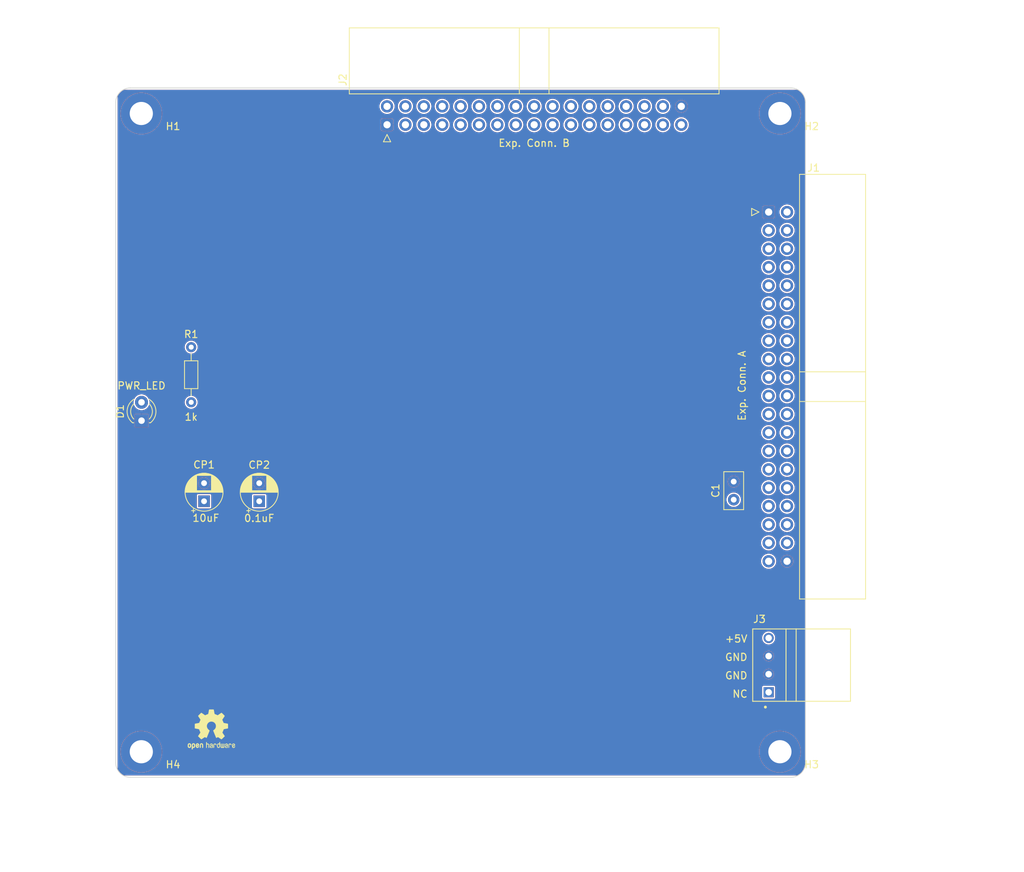
<source format=kicad_pcb>
(kicad_pcb (version 20221018) (generator pcbnew)
  (title_block (date "2023-10-23"))
  (layers (0 "F.Cu" mixed) (31 "B.Cu" mixed) (34 "B.Paste" user) (35 "F.Paste" user) (36 "B.SilkS" user "B.Silkscreen") (37 "F.SilkS" user "F.Silkscreen") (38 "B.Mask" user) (39 "F.Mask" user) (44 "Edge.Cuts" user))
  (net 0 "")
  (net 1 "/+5V")
  (net 2 "/GND")
  (net 3 "/~{NMI}")
  (net 4 "/~{RESET}")
  (net 5 "/BUS_CLK")
  (net 6 "/CPU_CLK")
  (net 7 "/~{B_M1}")
  (net 8 "/~{B_IORQ}")
  (net 9 "/~{B_MREQ}")
  (net 10 "/~{B_WR}")
  (net 11 "/~{B_RD}")
  (net 12 "/~{WAIT}")
  (net 13 "/~{B_RFSH}")
  (net 14 "/A21")
  (net 15 "/A20")
  (net 16 "/A19")
  (net 17 "/A18")
  (net 18 "/A17")
  (net 19 "/A16")
  (net 20 "/USER2")
  (net 21 "/USER1")
  (net 22 "/USER3")
  (net 23 "/USER0")
  (net 24 "/B_D7")
  (net 25 "/B_D6")
  (net 26 "/B_D5")
  (net 27 "/B_D4")
  (net 28 "/B_D3")
  (net 29 "/B_D2")
  (net 30 "/B_D1")
  (net 31 "/B_D0")
  (net 32 "/B_A15")
  (net 33 "/B_A14")
  (net 34 "/B_A13")
  (net 35 "/B_A12")
  (net 36 "/~{INT7}")
  (net 37 "/B_A11")
  (net 38 "/~{INT6}")
  (net 39 "/B_A10")
  (net 40 "/~{INT5}")
  (net 41 "/B_A9")
  (net 42 "/~{INT4}")
  (net 43 "/B_A8")
  (net 44 "/~{INT3}")
  (net 45 "/B_A7")
  (net 46 "/~{INT2}")
  (net 47 "/B_A6")
  (net 48 "/B_A5")
  (net 49 "/B_A4")
  (net 50 "/B_A3")
  (net 51 "/B_A2")
  (net 52 "/B_A1")
  (net 53 "/B_A0")
  (net 54 "/~{INT0}")
  (net 55 "/~{INT1}")
  (net 56 "/USER15")
  (net 57 "/~{INT}")
  (net 58 "/~{B_BUSACK}")
  (net 59 "/USER14")
  (net 60 "/USER13")
  (net 61 "/USER12")
  (net 62 "/USER11")
  (net 63 "/USER10")
  (net 64 "/USER9")
  (net 65 "/USER8")
  (net 66 "/USER7")
  (net 67 "/A23")
  (net 68 "/USER6")
  (net 69 "/A22")
  (net 70 "/USER5")
  (net 71 "/USER4")
  (net 72 "/~{BUSREQ}")
  (net 73 "Net-(D1-A)")
  (footprint "MountingHole:MountingHole_3.2mm_M3_ISO7380_Pad" (layer "F.Cu") (at 28.925 28.925)
    (fp_text reference "H1" (at 4.3815 1.7755) (layer "F.SilkS"))
    (fp_text value "MountingHole_Pad")
    (pad "1" thru_hole circle (at 0 0) (size 5.7 5.7) (drill 3.2) (layers "*.Cu" "*.Mask") (net 2 "/GND"))
  )
  (footprint "Symbol:OSHW-Logo2_7.3x6mm_SilkScreen" (layer "F.Cu") (at 38.608 114.046)
    (fp_text reference "REF**" hide)
    (fp_text value "OSHW-Logo2_7.3x6mm_SilkScreen" hide)
  )
  (footprint "Capacitor_THT:CP_Radial_D5.0mm_P2.50mm" (layer "F.Cu") (at 37.592 82.51 90)
    (fp_text reference "CP1" (at 5.04 0 180) (layer "F.SilkS"))
    (fp_text value "10uF" (at -2.326 0.254 180) (layer "F.SilkS"))
    (pad "1" thru_hole rect (at 0 0 90) (size 1.6 1.6) (drill 0.8) (layers "*.Cu" "*.Mask") (net 1 "/+5V"))
    (pad "2" thru_hole circle (at 2.5 0 90) (size 1.6 1.6) (drill 0.8) (layers "*.Cu" "*.Mask") (net 2 "/GND"))
  )
  (footprint "Resistor_THT:R_Axial_DIN0204_L3.6mm_D1.6mm_P7.62mm_Horizontal" (layer "F.Cu") (at 35.814 61.214 -90)
    (fp_text reference "R1" (at -1.778 0 -180) (layer "F.SilkS"))
    (fp_text value "1k" (at 9.652 0 180) (layer "F.SilkS"))
    (pad "1" thru_hole circle (at 0 0 270) (size 1.4 1.4) (drill 0.7) (layers "*.Cu" "*.Mask") (net 1 "/+5V"))
    (pad "2" thru_hole oval (at 7.62 0 270) (size 1.4 1.4) (drill 0.7) (layers "*.Cu" "*.Mask") (net 73 "Net-(D1-A)"))
  )
  (footprint "MountingHole:MountingHole_3.2mm_M3_ISO7380_Pad" (layer "F.Cu") (at 117.125 28.925)
    (fp_text reference "H2" (at 4.3815 1.7755) (layer "F.SilkS"))
    (fp_text value "MountingHole_Pad")
    (pad "1" thru_hole circle (at 0 0) (size 5.7 5.7) (drill 3.2) (layers "*.Cu" "*.Mask") (net 2 "/GND"))
  )
  (footprint "LED_THT:LED_D3.0mm" (layer "F.Cu") (at 28.956 71.374 90)
    (fp_text reference "D1" (at 1.27 -2.96 90) (layer "F.SilkS"))
    (fp_text value "PWR_LED" (at 4.826 0 180) (layer "F.SilkS"))
    (pad "1" thru_hole rect (at 0 0 90) (size 1.8 1.8) (drill 0.9) (layers "*.Cu" "*.Mask") (net 2 "/GND"))
    (pad "2" thru_hole circle (at 2.54 0 90) (size 1.8 1.8) (drill 0.9) (layers "*.Cu" "*.Mask") (net 73 "Net-(D1-A)"))
  )
  (footprint "Connector_IDC:IDC-Header_2x20_P2.54mm_Horizontal" (layer "F.Cu") (at 115.57 42.545)
    (fp_text reference "J1" (at 6.215 -6.1) (layer "F.SilkS"))
    (fp_text value "Exp. Conn. A" (at -3.683 24.003 90) (layer "F.SilkS"))
    (pad "1" thru_hole roundrect (at 0 0) (size 1.7 1.7) (drill 1) (layers "*.Cu" "*.Mask") (roundrect_rratio 0.147059) (net 2 "/GND"))
    (pad "2" thru_hole circle (at 2.54 0) (size 1.7 1.7) (drill 1) (layers "*.Cu" "*.Mask") (net 3 "/~{NMI}"))
    (pad "3" thru_hole circle (at 0 2.54) (size 1.7 1.7) (drill 1) (layers "*.Cu" "*.Mask") (net 4 "/~{RESET}"))
    (pad "4" thru_hole circle (at 2.54 2.54) (size 1.7 1.7) (drill 1) (layers "*.Cu" "*.Mask") (net 24 "/B_D7"))
    (pad "5" thru_hole circle (at 0 5.08) (size 1.7 1.7) (drill 1) (layers "*.Cu" "*.Mask") (net 5 "/BUS_CLK"))
    (pad "6" thru_hole circle (at 2.54 5.08) (size 1.7 1.7) (drill 1) (layers "*.Cu" "*.Mask") (net 25 "/B_D6"))
    (pad "7" thru_hole circle (at 0 7.62) (size 1.7 1.7) (drill 1) (layers "*.Cu" "*.Mask") (net 12 "/~{WAIT}"))
    (pad "8" thru_hole circle (at 2.54 7.62) (size 1.7 1.7) (drill 1) (layers "*.Cu" "*.Mask") (net 26 "/B_D5"))
    (pad "9" thru_hole circle (at 0 10.16) (size 1.7 1.7) (drill 1) (layers "*.Cu" "*.Mask") (net 6 "/CPU_CLK"))
    (pad "10" thru_hole circle (at 2.54 10.16) (size 1.7 1.7) (drill 1) (layers "*.Cu" "*.Mask") (net 27 "/B_D4"))
    (pad "11" thru_hole circle (at 0 12.7) (size 1.7 1.7) (drill 1) (layers "*.Cu" "*.Mask") (net 7 "/~{B_M1}"))
    (pad "12" thru_hole circle (at 2.54 12.7) (size 1.7 1.7) (drill 1) (layers "*.Cu" "*.Mask") (net 28 "/B_D3"))
    (pad "13" thru_hole circle (at 0 15.24) (size 1.7 1.7) (drill 1) (layers "*.Cu" "*.Mask") (net 8 "/~{B_IORQ}"))
    (pad "14" thru_hole circle (at 2.54 15.24) (size 1.7 1.7) (drill 1) (layers "*.Cu" "*.Mask") (net 29 "/B_D2"))
    (pad "15" thru_hole circle (at 0 17.78) (size 1.7 1.7) (drill 1) (layers "*.Cu" "*.Mask") (net 9 "/~{B_MREQ}"))
    (pad "16" thru_hole circle (at 2.54 17.78) (size 1.7 1.7) (drill 1) (layers "*.Cu" "*.Mask") (net 30 "/B_D1"))
    (pad "17" thru_hole circle (at 0 20.32) (size 1.7 1.7) (drill 1) (layers "*.Cu" "*.Mask") (net 10 "/~{B_WR}"))
    (pad "18" thru_hole circle (at 2.54 20.32) (size 1.7 1.7) (drill 1) (layers "*.Cu" "*.Mask") (net 31 "/B_D0"))
    (pad "19" thru_hole circle (at 0 22.86) (size 1.7 1.7) (drill 1) (layers "*.Cu" "*.Mask") (net 11 "/~{B_RD}"))
    (pad "20" thru_hole circle (at 2.54 22.86) (size 1.7 1.7) (drill 1) (layers "*.Cu" "*.Mask") (net 32 "/B_A15"))
    (pad "21" thru_hole circle (at 0 25.4) (size 1.7 1.7) (drill 1) (layers "*.Cu" "*.Mask") (net 58 "/~{B_BUSACK}"))
    (pad "22" thru_hole circle (at 2.54 25.4) (size 1.7 1.7) (drill 1) (layers "*.Cu" "*.Mask") (net 33 "/B_A14"))
    (pad "23" thru_hole circle (at 0 27.94) (size 1.7 1.7) (drill 1) (layers "*.Cu" "*.Mask") (net 13 "/~{B_RFSH}"))
    (pad "24" thru_hole circle (at 2.54 27.94) (size 1.7 1.7) (drill 1) (layers "*.Cu" "*.Mask") (net 34 "/B_A13"))
    (pad "25" thru_hole circle (at 0 30.48) (size 1.7 1.7) (drill 1) (layers "*.Cu" "*.Mask") (net 72 "/~{BUSREQ}"))
    (pad "26" thru_hole circle (at 2.54 30.48) (size 1.7 1.7) (drill 1) (layers "*.Cu" "*.Mask") (net 35 "/B_A12"))
    (pad "27" thru_hole circle (at 0 33.02) (size 1.7 1.7) (drill 1) (layers "*.Cu" "*.Mask") (net 57 "/~{INT}"))
    (pad "28" thru_hole circle (at 2.54 33.02) (size 1.7 1.7) (drill 1) (layers "*.Cu" "*.Mask") (net 37 "/B_A11"))
    (pad "29" thru_hole circle (at 0 35.56) (size 1.7 1.7) (drill 1) (layers "*.Cu" "*.Mask") (net 48 "/B_A5"))
    (pad "30" thru_hole circle (at 2.54 35.56) (size 1.7 1.7) (drill 1) (layers "*.Cu" "*.Mask") (net 39 "/B_A10"))
    (pad "31" thru_hole circle (at 0 38.1) (size 1.7 1.7) (drill 1) (layers "*.Cu" "*.Mask") (net 49 "/B_A4"))
    (pad "32" thru_hole circle (at 2.54 38.1) (size 1.7 1.7) (drill 1) (layers "*.Cu" "*.Mask") (net 41 "/B_A9"))
    (pad "33" thru_hole circle (at 0 40.64) (size 1.7 1.7) (drill 1) (layers "*.Cu" "*.Mask") (net 50 "/B_A3"))
    (pad "34" thru_hole circle (at 2.54 40.64) (size 1.7 1.7) (drill 1) (layers "*.Cu" "*.Mask") (net 43 "/B_A8"))
    (pad "35" thru_hole circle (at 0 43.18) (size 1.7 1.7) (drill 1) (layers "*.Cu" "*.Mask") (net 51 "/B_A2"))
    (pad "36" thru_hole circle (at 2.54 43.18) (size 1.7 1.7) (drill 1) (layers "*.Cu" "*.Mask") (net 45 "/B_A7"))
    (pad "37" thru_hole circle (at 0 45.72) (size 1.7 1.7) (drill 1) (layers "*.Cu" "*.Mask") (net 52 "/B_A1"))
    (pad "38" thru_hole circle (at 2.54 45.72) (size 1.7 1.7) (drill 1) (layers "*.Cu" "*.Mask") (net 47 "/B_A6"))
    (pad "39" thru_hole circle (at 0 48.26) (size 1.7 1.7) (drill 1) (layers "*.Cu" "*.Mask") (net 53 "/B_A0"))
    (pad "40" thru_hole circle (at 2.54 48.26) (size 1.7 1.7) (drill 1) (layers "*.Cu" "*.Mask") (net 2 "/GND"))
  )
  (footprint "footprints:TE_171826-4" (layer "F.Cu") (at 120.12 105.156 90)
    (fp_text reference "J3" (at 6.35 -5.82 180) (layer "F.SilkS") (effects (font (size 1.004331 1.004331))))
    (fp_text value "Power")
    (pad "1" thru_hole rect (at -3.75 -4.55 90) (size 1.408 1.408) (drill 0.9) (layers "*.Cu" "*.Mask"))
    (pad "2" thru_hole circle (at -1.25 -4.55 90) (size 1.408 1.408) (drill 0.9) (layers "*.Cu" "*.Mask") (net 2 "/GND"))
    (pad "3" thru_hole circle (at 1.25 -4.55 90) (size 1.408 1.408) (drill 0.9) (layers "*.Cu" "*.Mask") (net 2 "/GND"))
    (pad "4" thru_hole circle (at 3.75 -4.55 90) (size 1.408 1.408) (drill 0.9) (layers "*.Cu" "*.Mask") (net 1 "/+5V"))
  )
  (footprint "Capacitor_THT:C_Disc_D5.0mm_W2.5mm_P2.50mm" (layer "F.Cu") (at 110.744 82.296 90)
    (fp_text reference "C1" (at 1.25 -2.5 90) (layer "F.SilkS"))
    (fp_text value "0.1uF")
    (pad "1" thru_hole circle (at 0 0 90) (size 1.6 1.6) (drill 0.8) (layers "*.Cu" "*.Mask") (net 1 "/+5V"))
    (pad "2" thru_hole circle (at 2.5 0 90) (size 1.6 1.6) (drill 0.8) (layers "*.Cu" "*.Mask") (net 2 "/GND"))
  )
  (footprint "Capacitor_THT:CP_Radial_D5.0mm_P2.50mm" (layer "F.Cu") (at 45.212 82.51 90)
    (fp_text reference "CP2" (at 5.015112 0 180) (layer "F.SilkS"))
    (fp_text value "0.1uF" (at -2.350888 0 180) (layer "F.SilkS"))
    (pad "1" thru_hole rect (at 0 0 90) (size 1.6 1.6) (drill 0.8) (layers "*.Cu" "*.Mask") (net 1 "/+5V"))
    (pad "2" thru_hole circle (at 2.5 0 90) (size 1.6 1.6) (drill 0.8) (layers "*.Cu" "*.Mask") (net 2 "/GND"))
  )
  (footprint "MountingHole:MountingHole_3.2mm_M3_ISO7380_Pad" (layer "F.Cu") (at 28.925 117.125)
    (fp_text reference "H4" (at 4.3815 1.7755) (layer "F.SilkS"))
    (fp_text value "MountingHole_Pad")
    (pad "1" thru_hole circle (at 0 0) (size 5.7 5.7) (drill 3.2) (layers "*.Cu" "*.Mask") (net 2 "/GND"))
  )
  (footprint "Connector_IDC:IDC-Header_2x17_P2.54mm_Horizontal" (layer "F.Cu") (at 62.865 30.48 90)
    (fp_text reference "J2" (at 6.215 -6.1 90) (layer "F.SilkS"))
    (fp_text value "Exp. Conn. B" (at -2.54 20.32 180) (layer "F.SilkS"))
    (pad "1" thru_hole roundrect (at 0 0 90) (size 1.7 1.7) (drill 1) (layers "*.Cu" "*.Mask") (roundrect_rratio 0.147059) (net 2 "/GND"))
    (pad "2" thru_hole circle (at 2.54 0 90) (size 1.7 1.7) (drill 1) (layers "*.Cu" "*.Mask") (net 56 "/USER15"))
    (pad "3" thru_hole circle (at 0 2.54 90) (size 1.7 1.7) (drill 1) (layers "*.Cu" "*.Mask") (net 36 "/~{INT7}"))
    (pad "4" thru_hole circle (at 2.54 2.54 90) (size 1.7 1.7) (drill 1) (layers "*.Cu" "*.Mask") (net 59 "/USER14"))
    (pad "5" thru_hole circle (at 0 5.08 90) (size 1.7 1.7) (drill 1) (layers "*.Cu" "*.Mask") (net 38 "/~{INT6}"))
    (pad "6" thru_hole circle (at 2.54 5.08 90) (size 1.7 1.7) (drill 1) (layers "*.Cu" "*.Mask") (net 60 "/USER13"))
    (pad "7" thru_hole circle (at 0 7.62 90) (size 1.7 1.7) (drill 1) (layers "*.Cu" "*.Mask") (net 40 "/~{INT5}"))
    (pad "8" thru_hole circle (at 2.54 7.62 90) (size 1.7 1.7) (drill 1) (layers "*.Cu" "*.Mask") (net 61 "/USER12"))
    (pad "9" thru_hole circle (at 0 10.16 90) (size 1.7 1.7) (drill 1) (layers "*.Cu" "*.Mask") (net 42 "/~{INT4}"))
    (pad "10" thru_hole circle (at 2.54 10.16 90) (size 1.7 1.7) (drill 1) (layers "*.Cu" "*.Mask") (net 62 "/USER11"))
    (pad "11" thru_hole circle (at 0 12.7 90) (size 1.7 1.7) (drill 1) (layers "*.Cu" "*.Mask") (net 44 "/~{INT3}"))
    (pad "12" thru_hole circle (at 2.54 12.7 90) (size 1.7 1.7) (drill 1) (layers "*.Cu" "*.Mask") (net 63 "/USER10"))
    (pad "13" thru_hole circle (at 0 15.24 90) (size 1.7 1.7) (drill 1) (layers "*.Cu" "*.Mask") (net 46 "/~{INT2}"))
    (pad "14" thru_hole circle (at 2.54 15.24 90) (size 1.7 1.7) (drill 1) (layers "*.Cu" "*.Mask") (net 64 "/USER9"))
    (pad "15" thru_hole circle (at 0 17.78 90) (size 1.7 1.7) (drill 1) (layers "*.Cu" "*.Mask") (net 55 "/~{INT1}"))
    (pad "16" thru_hole circle (at 2.54 17.78 90) (size 1.7 1.7) (drill 1) (layers "*.Cu" "*.Mask") (net 65 "/USER8"))
    (pad "17" thru_hole circle (at 0 20.32 90) (size 1.7 1.7) (drill 1) (layers "*.Cu" "*.Mask") (net 54 "/~{INT0}"))
    (pad "18" thru_hole circle (at 2.54 20.32 90) (size 1.7 1.7) (drill 1) (layers "*.Cu" "*.Mask") (net 66 "/USER7"))
    (pad "19" thru_hole circle (at 0 22.86 90) (size 1.7 1.7) (drill 1) (layers "*.Cu" "*.Mask") (net 67 "/A23"))
    (pad "20" thru_hole circle (at 2.54 22.86 90) (size 1.7 1.7) (drill 1) (layers "*.Cu" "*.Mask") (net 68 "/USER6"))
    (pad "21" thru_hole circle (at 0 25.4 90) (size 1.7 1.7) (drill 1) (layers "*.Cu" "*.Mask") (net 69 "/A22"))
    (pad "22" thru_hole circle (at 2.54 25.4 90) (size 1.7 1.7) (drill 1) (layers "*.Cu" "*.Mask") (net 70 "/USER5"))
    (pad "23" thru_hole circle (at 0 27.94 90) (size 1.7 1.7) (drill 1) (layers "*.Cu" "*.Mask") (net 14 "/A21"))
    (pad "24" thru_hole circle (at 2.54 27.94 90) (size 1.7 1.7) (drill 1) (layers "*.Cu" "*.Mask") (net 71 "/USER4"))
    (pad "25" thru_hole circle (at 0 30.48 90) (size 1.7 1.7) (drill 1) (layers "*.Cu" "*.Mask") (net 15 "/A20"))
    (pad "26" thru_hole circle (at 2.54 30.48 90) (size 1.7 1.7) (drill 1) (layers "*.Cu" "*.Mask") (net 22 "/USER3"))
    (pad "27" thru_hole circle (at 0 33.02 90) (size 1.7 1.7) (drill 1) (layers "*.Cu" "*.Mask") (net 16 "/A19"))
    (pad "28" thru_hole circle (at 2.54 33.02 90) (size 1.7 1.7) (drill 1) (layers "*.Cu" "*.Mask") (net 20 "/USER2"))
    (pad "29" thru_hole circle (at 0 35.56 90) (size 1.7 1.7) (drill 1) (layers "*.Cu" "*.Mask") (net 17 "/A18"))
    (pad "30" thru_hole circle (at 2.54 35.56 90) (size 1.7 1.7) (drill 1) (layers "*.Cu" "*.Mask") (net 21 "/USER1"))
    (pad "31" thru_hole circle (at 0 38.1 90) (size 1.7 1.7) (drill 1) (layers "*.Cu" "*.Mask") (net 18 "/A17"))
    (pad "32" thru_hole circle (at 2.54 38.1 90) (size 1.7 1.7) (drill 1) (layers "*.Cu" "*.Mask") (net 23 "/USER0"))
    (pad "33" thru_hole circle (at 0 40.64 90) (size 1.7 1.7) (drill 1) (layers "*.Cu" "*.Mask") (net 19 "/A16"))
    (pad "34" thru_hole circle (at 2.54 40.64 90) (size 1.7 1.7) (drill 1) (layers "*.Cu" "*.Mask") (net 2 "/GND"))
  )
  (footprint "MountingHole:MountingHole_3.2mm_M3_ISO7380_Pad" (layer "F.Cu") (at 117.125 117.125)
    (fp_text reference "H3" (at 4.3815 1.7755) (layer "F.SilkS"))
    (fp_text value "MountingHole_Pad")
    (pad "1" thru_hole circle (at 0 0) (size 5.7 5.7) (drill 3.2) (layers "*.Cu" "*.Mask") (net 2 "/GND"))
  )
  (gr_line (start 25.4 27.4) (end 25.4 118.65) (stroke (width 0.1)) (layer "Edge.Cuts"))
  (gr_line (start 120.65 27.4) (end 120.65 118.65) (stroke (width 0.1)) (layer "Edge.Cuts"))
  (gr_arc (start 120.65 118.65) (mid 120.064214 120.064214) (end 118.65 120.65) (stroke (width 0.1)) (layer "Edge.Cuts"))
  (gr_arc (start 27.4 120.65) (mid 25.985786 120.064214) (end 25.4 118.65) (stroke (width 0.1)) (layer "Edge.Cuts"))
  (gr_arc (start 25.4 27.4) (mid 25.985786 25.985786) (end 27.4 25.4) (stroke (width 0.1)) (layer "Edge.Cuts"))
  (gr_arc (start 118.65 25.4) (mid 120.064214 25.985786) (end 120.65 27.4) (stroke (width 0.1)) (layer "Edge.Cuts"))
  (gr_line (start 27.4 120.65) (end 118.65 120.65) (stroke (width 0.1)) (layer "Edge.Cuts"))
  (gr_line (start 27.4 25.4) (end 118.65 25.4) (stroke (width 0.1)) (layer "Edge.Cuts"))
  (gr_text "GND\n" (at 109.474 107.188) (layer "F.SilkS") (effects (font (size 1 1)) (justify left bottom)))
  (gr_text "NC" (at 110.49 109.728) (layer "F.SilkS") (effects (font (size 1 1)) (justify left bottom)))
  (gr_text "GND" (at 109.474 104.648) (layer "F.SilkS") (effects (font (size 1 1)) (justify left bottom)))
  (gr_text "+5V\n" (at 109.474 102.108) (layer "F.SilkS") (effects (font (size 1 1)) (justify left bottom)))
  (zone locked (net 2) (net_name "/GND") (layers "F&B.Cu") (connect_pads (clearance 0.02)) (min_thickness 0.03) (fill yes (thermal_gap 0.03) (thermal_bridge_width 0.06))
    (polygon (pts (xy 25.654 25.654) (xy 120.65 25.654) (xy 120.65 120.142) (xy 120.396 120.396) (xy 25.654 120.396)))
  )
)
</source>
